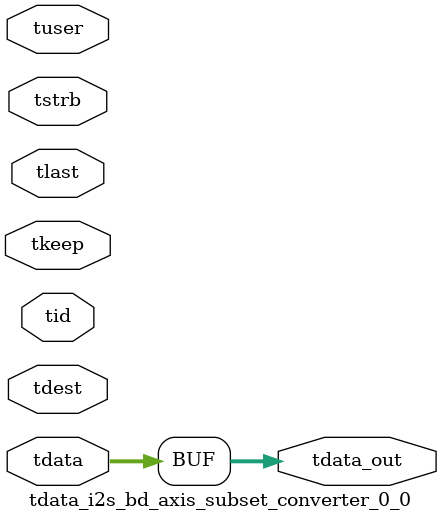
<source format=v>


`timescale 1ps/1ps

module tdata_i2s_bd_axis_subset_converter_0_0 #
(
parameter C_S_AXIS_TDATA_WIDTH = 32,
parameter C_S_AXIS_TUSER_WIDTH = 0,
parameter C_S_AXIS_TID_WIDTH   = 0,
parameter C_S_AXIS_TDEST_WIDTH = 0,
parameter C_M_AXIS_TDATA_WIDTH = 32
)
(
input  [(C_S_AXIS_TDATA_WIDTH == 0 ? 1 : C_S_AXIS_TDATA_WIDTH)-1:0     ] tdata,
input  [(C_S_AXIS_TUSER_WIDTH == 0 ? 1 : C_S_AXIS_TUSER_WIDTH)-1:0     ] tuser,
input  [(C_S_AXIS_TID_WIDTH   == 0 ? 1 : C_S_AXIS_TID_WIDTH)-1:0       ] tid,
input  [(C_S_AXIS_TDEST_WIDTH == 0 ? 1 : C_S_AXIS_TDEST_WIDTH)-1:0     ] tdest,
input  [(C_S_AXIS_TDATA_WIDTH/8)-1:0 ] tkeep,
input  [(C_S_AXIS_TDATA_WIDTH/8)-1:0 ] tstrb,
input                                                                    tlast,
output [C_M_AXIS_TDATA_WIDTH-1:0] tdata_out
);

assign tdata_out = {tdata[31:0]};

endmodule


</source>
